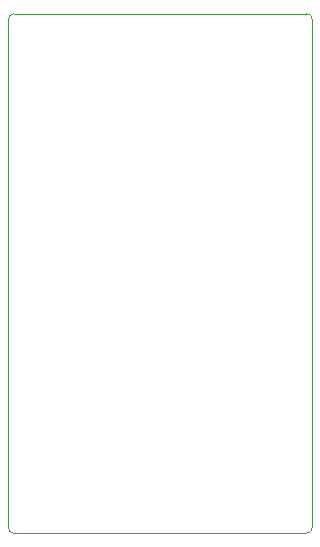
<source format=gbr>
%TF.GenerationSoftware,KiCad,Pcbnew,(6.99.0-1656-g034b57d9c0)*%
%TF.CreationDate,2022-05-27T10:29:39-07:00*%
%TF.ProjectId,GymTimer,47796d54-696d-4657-922e-6b696361645f,rev?*%
%TF.SameCoordinates,Original*%
%TF.FileFunction,Profile,NP*%
%FSLAX46Y46*%
G04 Gerber Fmt 4.6, Leading zero omitted, Abs format (unit mm)*
G04 Created by KiCad (PCBNEW (6.99.0-1656-g034b57d9c0)) date 2022-05-27 10:29:39*
%MOMM*%
%LPD*%
G01*
G04 APERTURE LIST*
%TA.AperFunction,Profile*%
%ADD10C,0.100000*%
%TD*%
G04 APERTURE END LIST*
D10*
X95200000Y-122700000D02*
G75*
G03*
X95700000Y-123200000I500000J0D01*
G01*
X95200000Y-122700000D02*
X95200000Y-79700000D01*
X95700000Y-79200000D02*
X120450000Y-79200000D01*
X120950000Y-79700000D02*
G75*
G03*
X120450000Y-79200000I-500000J0D01*
G01*
X120950000Y-79700000D02*
X120950000Y-122700000D01*
X120450000Y-123200000D02*
G75*
G03*
X120950000Y-122700000I0J500000D01*
G01*
X95700000Y-79200000D02*
G75*
G03*
X95200000Y-79700000I0J-500000D01*
G01*
X120450000Y-123200000D02*
X95700000Y-123200000D01*
M02*

</source>
